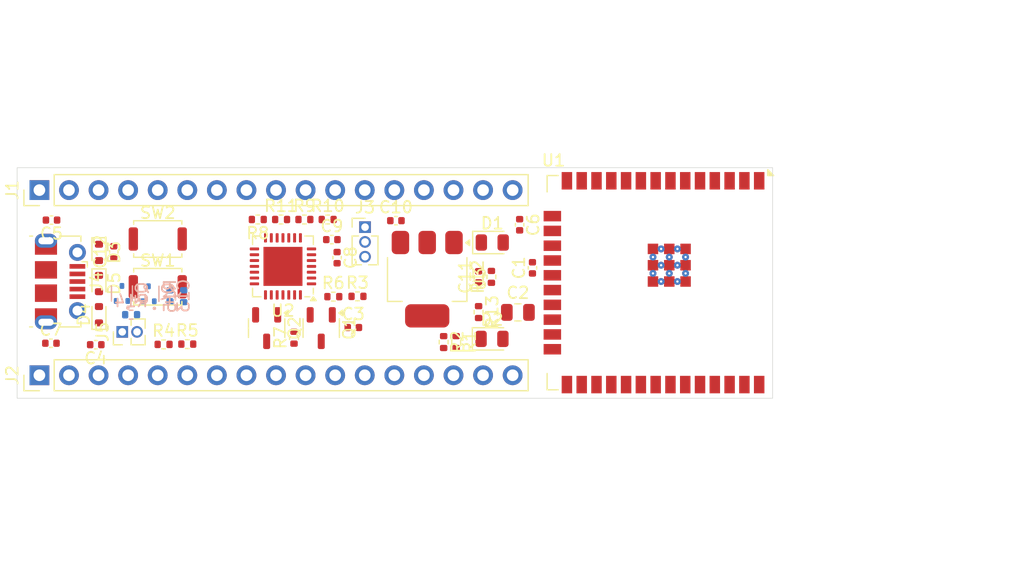
<source format=kicad_pcb>
(kicad_pcb (version 20240108) (generator "pcbnew") (generator_version "8.0")
  (layers (0 "F.Cu" signal) (31 "B.Cu" signal) (34 "B.Paste" user) (35 "F.Paste" user) (36 "B.SilkS" user "B.Silkscreen") (37 "F.SilkS" user "F.Silkscreen") (38 "B.Mask" user) (39 "F.Mask" user) (44 "Edge.Cuts" user))
  (net 0 "")
  (net 1 "+3.3V")
  (net 2 "GND")
  (net 3 "/EN")
  (net 4 "/IO0_BTN")
  (net 5 "+5VD")
  (net 6 "+5V")
  (net 7 "+5VA")
  (net 8 "Net-(J5-Pin_2)")
  (net 9 "Net-(D1-A)")
  (net 10 "Net-(D2-A)")
  (net 11 "/IO18")
  (net 12 "/USB_DN")
  (net 13 "/USB_DP")
  (net 14 "/I36")
  (net 15 "/IO14")
  (net 16 "/I34")
  (net 17 "/I39")
  (net 18 "/IO27")
  (net 19 "/IO25")
  (net 20 "/I35")
  (net 21 "/IO33")
  (net 22 "/IO13")
  (net 23 "/IO32")
  (net 24 "/IO12")
  (net 25 "/IO26")
  (net 26 "/IO23")
  (net 27 "/IO0_CON")
  (net 28 "/IO15")
  (net 29 "/RXD0")
  (net 30 "/IO5")
  (net 31 "/IO4")
  (net 32 "/IO21")
  (net 33 "/IO19")
  (net 34 "/IO16")
  (net 35 "/IO2")
  (net 36 "/IO17")
  (net 37 "/TXD0")
  (net 38 "/IO22")
  (net 40 "/RTS")
  (net 41 "Net-(Q1-B)")
  (net 42 "/DTR")
  (net 43 "Net-(Q2-B)")
  (net 44 "Net-(U1-IO0)")
  (net 45 "/RXD")
  (net 46 "/TXD")
  (net 47 "Net-(U2-~{SUSPEND})")
  (net 48 "Net-(U2-VBUS)")
  (net 49 "Net-(U2-~{RST})")
  (footprint "Package_TO_SOT_SMD:SOT-23-3" (layer "F.Cu") (at 159.0125 106.5 -90)
    (property "Reference" "Q1" (at 0 -2.4 90) (layer "F.SilkS"))
    (property "Value" "NPN")
    (fp_line (start 0 1.56) (end -0.8 1.56) (stroke (width 0.12)) (layer "F.SilkS"))
    (fp_line (start 0 1.56) (end 0.8 1.56) (stroke (width 0.12)) (layer "F.SilkS"))
    (fp_line (start 0 -1.56) (end -0.8 -1.56) (stroke (width 0.12)) (layer "F.SilkS"))
    (fp_line (start 0 -1.56) (end 0.8 -1.56) (stroke (width 0.12)) (layer "F.SilkS"))
    (fp_poly (pts (xy -1.3 -1.51) (xy -1.54 -1.84) (xy -1.06 -1.84) (xy -1.3 -1.51)) (stroke (width 0.12)) (fill solid) (layer "F.SilkS"))
    (pad "1" smd roundrect (at -1.1375 -0.95 270) (size 1.325 0.6) (layers "F.Cu" "F.Paste" "F.Mask") (net 3 "/EN"))
    (pad "2" smd roundrect (at -1.1375 0.95 270) (size 1.325 0.6) (layers "F.Cu" "F.Paste" "F.Mask") (net 41 "Net-(Q1-B)"))
    (pad "3" smd roundrect (at 1.1375 0 270) (size 1.325 0.6) (layers "F.Cu" "F.Paste" "F.Mask") (net 40 "/RTS"))
  )
  (footprint "Resistor_SMD:R_0402_1005Metric" (layer "F.Cu") (at 145.475 107.9)
    (property "Reference" "R4" (at 0 -1.17 0) (layer "F.SilkS"))
    (property "Value" "0R")
    (fp_line (start -0.153641 -0.38) (end 0.153641 -0.38) (stroke (width 0.12)) (layer "F.SilkS"))
    (fp_line (start -0.153641 0.38) (end 0.153641 0.38) (stroke (width 0.12)) (layer "F.SilkS"))
    (pad "1" smd roundrect (at -0.51 0) (size 0.54 0.64) (layers "F.Cu" "F.Paste" "F.Mask") (net 37 "/TXD0"))
    (pad "2" smd roundrect (at 0.51 0) (size 0.54 0.64) (layers "F.Cu" "F.Paste" "F.Mask") (net 45 "/RXD"))
  )
  (footprint "Button_Switch_SMD:SW_Push_SPST_NO_Alps_SKRK" (layer "F.Cu") (at 144.975 98.85)
    (property "Reference" "SW2" (at 0 -2.25 0) (layer "F.SilkS"))
    (property "Value" "SW_Push")
    (fp_line (start -2.07 -1.57) (end 2.07 -1.57) (stroke (width 0.12)) (layer "F.SilkS"))
    (fp_line (start -2.07 -1.27) (end -2.07 -1.57) (stroke (width 0.12)) (layer "F.SilkS"))
    (fp_line (start -2.07 1.57) (end -2.07 1.27) (stroke (width 0.12)) (layer "F.SilkS"))
    (fp_line (start 2.07 -1.57) (end 2.07 -1.27) (stroke (width 0.12)) (layer "F.SilkS"))
    (fp_line (start 2.07 1.27) (end 2.07 1.57) (stroke (width 0.12)) (layer "F.SilkS"))
    (fp_line (start 2.07 1.57) (end -2.07 1.57) (stroke (width 0.12)) (layer "F.SilkS"))
    (pad "1" smd roundrect (at -2.1 0) (size 0.8 2) (layers "F.Cu" "F.Paste" "F.Mask") (net 4 "/IO0_BTN"))
    (pad "2" smd roundrect (at 2.1 0) (size 0.8 2) (layers "F.Cu" "F.Paste" "F.Mask") (net 2 "GND"))
  )
  (footprint "Connector_PinHeader_1.27mm:PinHeader_1x03_P1.27mm_Vertical" (layer "F.Cu") (at 162.775 97.83)
    (property "Reference" "J3" (at 0 -1.695 0) (layer "F.SilkS"))
    (property "Value" "Conn_01x03_Pin")
    (fp_line (start -1.11 -0.76) (end 0 -0.76) (stroke (width 0.12)) (layer "F.SilkS"))
    (fp_line (start -1.11 0) (end -1.11 -0.76) (stroke (width 0.12)) (layer "F.SilkS"))
    (fp_line (start -1.11 0.76) (end -1.11 3.235) (stroke (width 0.12)) (layer "F.SilkS"))
    (fp_line (start -1.11 0.76) (end -0.563471 0.76) (stroke (width 0.12)) (layer "F.SilkS"))
    (fp_line (start -1.11 3.235) (end -0.30753 3.235) (stroke (width 0.12)) (layer "F.SilkS"))
    (fp_line (start 0.30753 3.235) (end 1.11 3.235) (stroke (width 0.12)) (layer "F.SilkS"))
    (fp_line (start 0.563471 0.76) (end 1.11 0.76) (stroke (width 0.12)) (layer "F.SilkS"))
    (fp_line (start 1.11 0.76) (end 1.11 3.235) (stroke (width 0.12)) (layer "F.SilkS"))
    (pad "1" thru_hole rect (at 0 0) (size 1 1) (drill 0.65) (layers "*.Cu" "*.Mask") (net 5 "+5VD"))
    (pad "2" thru_hole oval (at 0 1.27) (size 1 1) (drill 0.65) (layers "*.Cu" "*.Mask") (net 6 "+5V"))
    (pad "3" thru_hole oval (at 0 2.54) (size 1 1) (drill 0.65) (layers "*.Cu" "*.Mask") (net 7 "+5VA"))
  )
  (footprint "Resistor_SMD:R_0402_1005Metric" (layer "F.Cu") (at 160.05 103.8)
    (property "Reference" "R6" (at 0 -1.17 360) (layer "F.SilkS"))
    (property "Value" "10k")
    (fp_line (start -0.153641 -0.38) (end 0.153641 -0.38) (stroke (width 0.12)) (layer "F.SilkS"))
    (fp_line (start -0.153641 0.38) (end 0.153641 0.38) (stroke (width 0.12)) (layer "F.SilkS"))
    (pad "1" smd roundrect (at -0.51 0) (size 0.54 0.64) (layers "F.Cu" "F.Paste" "F.Mask") (net 42 "/DTR"))
    (pad "2" smd roundrect (at 0.51 0) (size 0.54 0.64) (layers "F.Cu" "F.Paste" "F.Mask") (net 41 "Net-(Q1-B)"))
  )
  (footprint "Resistor_SMD:R_0402_1005Metric" (layer "F.Cu") (at 153.565 97.175 180)
    (property "Reference" "R8" (at 0 -1.17 360) (layer "F.SilkS"))
    (property "Value" "10k")
    (fp_line (start -0.153641 0.38) (end 0.153641 0.38) (stroke (width 0.12)) (layer "F.SilkS"))
    (fp_line (start -0.153641 -0.38) (end 0.153641 -0.38) (stroke (width 0.12)) (layer "F.SilkS"))
    (pad "1" smd roundrect (at -0.51 0 180) (size 0.54 0.64) (layers "F.Cu" "F.Paste" "F.Mask") (net 47 "Net-(U2-~{SUSPEND})"))
    (pad "2" smd roundrect (at 0.51 0 180) (size 0.54 0.64) (layers "F.Cu" "F.Paste" "F.Mask") (net 2 "GND"))
  )
  (footprint "Capacitor_SMD:C_0402_1005Metric" (layer "F.Cu") (at 177.15 101.325 90)
    (property "Reference" "C1" (at 0 -1.16 90) (layer "F.SilkS"))
    (property "Value" "100nF")
    (fp_line (start -0.107836 -0.36) (end 0.107836 -0.36) (stroke (width 0.12)) (layer "F.SilkS"))
    (fp_line (start -0.107836 0.36) (end 0.107836 0.36) (stroke (width 0.12)) (layer "F.SilkS"))
    (pad "1" smd roundrect (at -0.48 0 90) (size 0.56 0.62) (layers "F.Cu" "F.Paste" "F.Mask") (net 1 "+3.3V"))
    (pad "2" smd roundrect (at 0.48 0 90) (size 0.56 0.62) (layers "F.Cu" "F.Paste" "F.Mask") (net 2 "GND"))
  )
  (footprint "Capacitor_SMD:C_0402_1005Metric" (layer "F.Cu") (at 172.525 102.1 90)
    (property "Reference" "C11" (at 0 -1.16 90) (layer "F.SilkS"))
    (property "Value" "10uF")
    (fp_line (start -0.107836 -0.36) (end 0.107836 -0.36) (stroke (width 0.12)) (layer "F.SilkS"))
    (fp_line (start -0.107836 0.36) (end 0.107836 0.36) (stroke (width 0.12)) (layer "F.SilkS"))
    (pad "1" smd roundrect (at -0.48 0 90) (size 0.56 0.62) (layers "F.Cu" "F.Paste" "F.Mask") (net 1 "+3.3V"))
    (pad "2" smd roundrect (at 0.48 0 90) (size 0.56 0.62) (layers "F.Cu" "F.Paste" "F.Mask") (net 2 "GND"))
  )
  (footprint "LED_SMD:LED_0805_2012Metric" (layer "F.Cu") (at 173.7 99.15)
    (property "Reference" "D1" (at 0 -1.65 360) (layer "F.SilkS"))
    (property "Value" "LED")
    (fp_line (start -1.685 -0.96) (end -1.685 0.96) (stroke (width 0.12)) (layer "F.SilkS"))
    (fp_line (start -1.685 0.96) (end 1 0.96) (stroke (width 0.12)) (layer "F.SilkS"))
    (fp_line (start 1 -0.96) (end -1.685 -0.96) (stroke (width 0.12)) (layer "F.SilkS"))
    (pad "1" smd roundrect (at -0.9375 0) (size 0.975 1.4) (layers "F.Cu" "F.Paste" "F.Mask") (net 2 "GND"))
    (pad "2" smd roundrect (at 0.9375 0) (size 0.975 1.4) (layers "F.Cu" "F.Paste" "F.Mask") (net 9 "Net-(D1-A)"))
  )
  (footprint "Resistor_SMD:R_0402_1005Metric" (layer "F.Cu") (at 155.565 97.175)
    (property "Reference" "R11" (at 0 -1.17 0) (layer "F.SilkS"))
    (property "Value" "1k")
    (fp_line (start -0.153641 -0.38) (end 0.153641 -0.38) (stroke (width 0.12)) (layer "F.SilkS"))
    (fp_line (start -0.153641 0.38) (end 0.153641 0.38) (stroke (width 0.12)) (layer "F.SilkS"))
    (pad "1" smd roundrect (at -0.51 0) (size 0.54 0.64) (layers "F.Cu" "F.Paste" "F.Mask") (net 1 "+3.3V"))
    (pad "2" smd roundrect (at 0.51 0) (size 0.54 0.64) (layers "F.Cu" "F.Paste" "F.Mask") (net 49 "Net-(U2-~{RST})"))
  )
  (footprint "Capacitor_SMD:C_0402_1005Metric" (layer "F.Cu") (at 160.375 100.45 -90)
    (property "Reference" "C8" (at 0 -1.16 90) (layer "F.SilkS"))
    (property "Value" "4.7uF")
    (fp_line (start -0.107836 0.36) (end 0.107836 0.36) (stroke (width 0.12)) (layer "F.SilkS"))
    (fp_line (start -0.107836 -0.36) (end 0.107836 -0.36) (stroke (width 0.12)) (layer "F.SilkS"))
    (pad "1" smd roundrect (at -0.48 0 270) (size 0.56 0.62) (layers "F.Cu" "F.Paste" "F.Mask") (net 1 "+3.3V"))
    (pad "2" smd roundrect (at 0.48 0 270) (size 0.56 0.62) (layers "F.Cu" "F.Paste" "F.Mask") (net 2 "GND"))
  )
  (footprint "Capacitor_SMD:C_0402_1005Metric" (layer "F.Cu") (at 176.05 97.625 -90)
    (property "Reference" "C6" (at 0 -1.16 90) (layer "F.SilkS"))
    (property "Value" "100nF")
    (fp_line (start -0.107836 0.36) (end 0.107836 0.36) (stroke (width 0.12)) (layer "F.SilkS"))
    (fp_line (start -0.107836 -0.36) (end 0.107836 -0.36) (stroke (width 0.12)) (layer "F.SilkS"))
    (pad "1" smd roundrect (at -0.48 0 270) (size 0.56 0.62) (layers "F.Cu" "F.Paste" "F.Mask") (net 5 "+5VD"))
    (pad "2" smd roundrect (at 0.48 0 270) (size 0.56 0.62) (layers "F.Cu" "F.Paste" "F.Mask") (net 2 "GND"))
  )
  (footprint "Diode_SMD:D_SOD-523" (layer "F.Cu") (at 139.925 100 -90)
    (property "Reference" "D3" (at 0 -1.3 90) (layer "F.SilkS"))
    (property "Value" "ESD5.0")
    (fp_line (start 0.7 0.6) (end -1.26 0.6) (stroke (width 0.12)) (layer "F.SilkS"))
    (fp_line (start -1.26 -0.6) (end -1.26 0.6) (stroke (width 0.12)) (layer "F.SilkS"))
    (fp_line (start 0.7 -0.6) (end -1.26 -0.6) (stroke (width 0.12)) (layer "F.SilkS"))
    (pad "1" smd roundrect (at -0.7 0 90) (size 0.6 0.7) (layers "F.Cu" "F.Paste" "F.Mask") (net 2 "GND"))
    (pad "2" smd roundrect (at 0.7 0 90) (size 0.6 0.7) (layers "F.Cu" "F.Paste" "F.Mask") (net 7 "+5VA"))
  )
  (footprint "Connector_PinHeader_2.54mm:PinHeader_1x17_P2.54mm_Vertical" (layer "F.Cu") (at 134.81 94.65 90)
    (property "Reference" "J1" (at 0 -2.33 90) (layer "F.SilkS"))
    (property "Value" "Conn_01x17_Pin")
    (fp_line (start -1.33 -1.33) (end 0 -1.33) (stroke (width 0.12)) (layer "F.SilkS"))
    (fp_line (start -1.33 0) (end -1.33 -1.33) (stroke (width 0.12)) (layer "F.SilkS"))
    (fp_line (start 1.33 1.27) (end 1.33 41.97) (stroke (width 0.12)) (layer "F.SilkS"))
    (fp_line (start -1.33 1.27) (end 1.33 1.27) (stroke (width 0.12)) (layer "F.SilkS"))
    (fp_line (start -1.33 1.27) (end -1.33 41.97) (stroke (width 0.12)) (layer "F.SilkS"))
    (fp_line (start -1.33 41.97) (end 1.33 41.97) (stroke (width 0.12)) (layer "F.SilkS"))
    (pad "1" thru_hole rect (at 0 0 90) (size 1.7 1.7) (drill 1) (layers "*.Cu" "*.Mask") (net 2 "GND"))
    (pad "2" thru_hole oval (at 0 2.54 90) (size 1.7 1.7) (drill 1) (layers "*.Cu" "*.Mask") (net 1 "+3.3V"))
    (pad "3" thru_hole oval (at 0 5.08 90) (size 1.7 1.7) (drill 1) (layers "*.Cu" "*.Mask") (net 3 "/EN"))
    (pad "4" thru_hole oval (at 0 7.62 90) (size 1.7 1.7) (drill 1) (layers "*.Cu" "*.Mask") (net 14 "/I36"))
    (pad "5" thru_hole oval (at 0 10.16 90) (size 1.7 1.7) (drill 1) (layers "*.Cu" "*.Mask") (net 17 "/I39"))
    (pad "6" thru_hole oval (at 0 12.7 90) (size 1.7 1.7) (drill 1) (layers "*.Cu" "*.Mask") (net 16 "/I34"))
    (pad "7" thru_hole oval (at 0 15.24 90) (size 1.7 1.7) (drill 1) (layers "*.Cu" "*.Mask") (net 20 "/I35"))
    (pad "8" thru_hole oval (at 0 17.78 90) (size 1.7 1.7) (drill 1) (layers "*.Cu" "*.Mask") (net 23 "/IO32"))
    (pad "9" thru_hole oval (at 0 20.32 90) (size 1.7 1.7) (drill 1) (layers "*.Cu" "*.Mask") (net 21 "/IO33"))
    (pad "10" thru_hole oval (at 0 22.86 90) (size 1.7 1.7) (drill 1) (layers "*.Cu" "*.Mask") (net 19 "/IO25"))
    (pad "11" thru_hole oval (at 0 25.4 90) (size 1.7 1.7) (drill 1) (layers "*.Cu" "*.Mask") (net 25 "/IO26"))
    (pad "12" thru_hole oval (at 0 27.94 90) (size 1.7 1.7) (drill 1) (layers "*.Cu" "*.Mask") (net 18 "/IO27"))
    (pad "13" thru_hole oval (at 0 30.48 90) (size 1.7 1.7) (drill 1) (layers "*.Cu" "*.Mask") (net 15 "/IO14"))
    (pad "14" thru_hole oval (at 0 33.02 90) (size 1.7 1.7) (drill 1) (layers "*.Cu" "*.Mask") (net 24 "/IO12"))
    (pad "15" thru_hole oval (at 0 35.56 90) (size 1.7 1.7) (drill 1) (layers "*.Cu" "*.Mask") (net 2 "GND"))
    (pad "16" thru_hole oval (at 0 38.1 90) (size 1.7 1.7) (drill 1) (layers "*.Cu" "*.Mask") (net 22 "/IO13"))
    (pad "17" thru_hole oval (at 0 40.64 90) (size 1.7 1.7) (drill 1) (layers "*.Cu" "*.Mask") (net 5 "+5VD"))
  )
  (footprint "Package_TO_SOT_SMD:SOT-223-3_TabPin2" (layer "F.Cu") (at 168.1125 102.3 -90)
    (property "Reference" "U3" (at 0 -4.5 90) (layer "F.SilkS"))
    (property "Value" "AMS1117-3.3")
    (fp_line (start -1.85 3.41) (end 1.91 3.41) (stroke (width 0.12)) (layer "F.SilkS"))
    (fp_line (start 1.91 3.41) (end 1.91 2.15) (stroke (width 0.12)) (layer "F.SilkS"))
    (fp_line (start -1.85 -3.41) (end 1.91 -3.41) (stroke (width 0.12)) (layer "F.SilkS"))
    (fp_line (start 1.91 -3.41) (end 1.91 -2.15) (stroke (width 0.12)) (layer "F.SilkS"))
    (fp_poly (pts (xy -3.13 -3.31) (xy -3.37 -3.64) (xy -2.89 -3.64) (xy -3.13 -3.31)) (stroke (width 0.12)) (fill solid) (layer "F.SilkS"))
    (pad "1" smd roundrect (at -3.15 -2.3 270) (size 2 1.5) (layers "F.Cu" "F.Paste" "F.Mask") (net 2 "GND"))
    (pad "2" smd roundrect (at -3.15 0 270) (size 2 1.5) (layers "F.Cu" "F.Paste" "F.Mask") (net 1 "+3.3V"))
    (pad "2" smd roundrect (at 3.15 0 270) (size 2 3.8) (layers "F.Cu" "F.Paste" "F.Mask") (net 1 "+3.3V"))
    (pad "3" smd roundrect (at -3.15 2.3 270) (size 2 1.5) (layers "F.Cu" "F.Paste" "F.Mask") (net 6 "+5V"))
  )
  (footprint "Connector_PinHeader_2.54mm:PinHeader_1x17_P2.54mm_Vertical" (layer "F.Cu") (at 134.81 110.55 90)
    (property "Reference" "J2" (at 0 -2.33 90) (layer "F.SilkS"))
    (property "Value" "Conn_01x17_Pin")
    (fp_line (start -1.33 -1.33) (end 0 -1.33) (stroke (width 0.12)) (layer "F.SilkS"))
    (fp_line (start -1.33 0) (end -1.33 -1.33) (stroke (width 0.12)) (layer "F.SilkS"))
    (fp_line (start 1.33 1.27) (end 1.33 41.97) (stroke (width 0.12)) (layer "F.SilkS"))
    (fp_line (start -1.33 1.27) (end 1.33 1.27) (stroke (width 0.12)) (layer "F.SilkS"))
    (fp_line (start -1.33 1.27) (end -1.33 41.97) (stroke (width 0.12)) (layer "F.SilkS"))
    (fp_line (start -1.33 41.97) (end 1.33 41.97) (stroke (width 0.12)) (layer "F.SilkS"))
    (pad "1" thru_hole rect (at 0 0 90) (size 1.7 1.7) (drill 1) (layers "*.Cu" "*.Mask") (net 1 "+3.3V"))
    (pad "2" thru_hole oval (at 0 2.54 90) (size 1.7 1.7) (drill 1) (layers "*.Cu" "*.Mask") (net 2 "GND"))
    (pad "3" thru_hole oval (at 0 5.08 90) (size 1.7 1.7) (drill 1) (layers "*.Cu" "*.Mask") (net 26 "/IO23"))
    (pad "4" thru_hole oval (at 0 7.62 90) (size 1.7 1.7) (drill 1) (layers "*.Cu" "*.Mask") (net 38 "/IO22"))
    (pad "5" thru_hole oval (at 0 10.16 90) (size 1.7 1.7) (drill 1) (layers "*.Cu" "*.Mask") (net 37 "/TXD0"))
    (pad "6" thru_hole oval (at 0 12.7 90) (size 1.7 1.7) (drill 1) (layers "*.Cu" "*.Mask") (net 29 "/RXD0"))
    (pad "7" thru_hole oval (at 0 15.24 90) (size 1.7 1.7) (drill 1) (layers "*.Cu" "*.Mask") (net 32 "/IO21"))
    (pad "8" thru_hole oval (at 0 17.78 90) (size 1.7 1.7) (drill 1) (layers "*.Cu" "*.Mask") (net 2 "GND"))
    (pad "9" thru_hole oval (at 0 20.32 90) (size 1.7 1.7) (drill 1) (layers "*.Cu" "*.Mask") (net 33 "/IO19"))
    (pad "10" thru_hole oval (at 0 22.86 90) (size 1.7 1.7) (drill 1) (layers "*.Cu" "*.Mask") (net 11 "/IO18"))
    (pad "11" thru_hole oval (at 0 25.4 90) (size 1.7 1.7) (drill 1) (layers "*.Cu" "*.Mask") (net 30 "/IO5"))
    (pad "12" thru_hole oval (at 0 27.94 90) (size 1.7 1.7) (drill 1) (layers "*.Cu" "*.Mask") (net 36 "/IO17"))
    (pad "13" thru_hole oval (at 0 30.48 90) (size 1.7 1.7) (drill 1) (layers "*.Cu" "*.Mask") (net 34 "/IO16"))
    (pad "14" thru_hole oval (at 0 33.02 90) (size 1.7 1.7) (drill 1) (layers "*.Cu" "*.Mask") (net 31 "/IO4"))
    (pad "15" thru_hole oval (at 0 35.56 90) (size 1.7 1.7) (drill 1) (layers "*.Cu" "*.Mask") (net 27 "/IO0_CON"))
    (pad "16" thru_hole oval (at 0 38.1 90) (size 1.7 1.7) (drill 1) (layers "*.Cu" "*.Mask") (net 35 "/IO2"))
    (pad "17" thru_hole oval (at 0 40.64 90) (size 1.7 1.7) (drill 1) (layers "*.Cu" "*.Mask") (net 28 "/IO15"))
  )
  (footprint "Diode_SMD:D_SOD-523" (layer "F.Cu") (at 139.925 102.675 -90)
    (property "Reference" "D5" (at 0 -1.3 90) (layer "F.SilkS"))
    (property "Value" "ESD5.0")
    (fp_line (start 0.7 0.6) (end -1.26 0.6) (stroke (width 0.12)) (layer "F.SilkS"))
    (fp_line (start -1.26 -0.6) (end -1.26 0.6) (stroke (width 0.12)) (layer "F.SilkS"))
    (fp_line (start 0.7 -0.6) (end -1.26 -0.6) (stroke (width 0.12)) (layer "F.SilkS"))
    (pad "1" smd roundrect (at -0.7 0 90) (size 0.6 0.7) (layers "F.Cu" "F.Paste" "F.Mask") (net 2 "GND"))
    (pad "2" smd roundrect (at 0.7 0 90) (size 0.6 0.7) (layers "F.Cu" "F.Paste" "F.Mask") (net 13 "/USB_DP"))
  )
  (footprint "Resistor_SMD:R_0402_1005Metric" (layer "F.Cu") (at 169.525 107.7 -90)
    (property "Reference" "R2" (at 0 -1.17 90) (layer "F.SilkS"))
    (property "Value" "22R")
    (fp_line (start -0.153641 0.38) (end 0.153641 0.38) (stroke (width 0.12)) (layer "F.SilkS"))
    (fp_line (start -0.153641 -0.38) (end 0.153641 -0.38) (stroke (width 0.12)) (layer "F.SilkS"))
    (pad "1" smd roundrect (at -0.51 0 270) (size 0.54 0.64) (layers "F.Cu" "F.Paste" "F.Mask") (net 44 "Net-(U1-IO0)"))
    (pad "2" smd roundrect (at 0.51 0 270) (size 0.54 0.64) (layers "F.Cu" "F.Paste" "F.Mask") (net 4 "/IO0_BTN"))
  )
  (footprint "Capacitor_SMD:C_0805_2012Metric" (layer "F.Cu") (at 175.9 105.15)
    (property "Reference" "C2" (at 0 -1.68 0) (layer "F.SilkS"))
    (property "Value" "22uF")
    (fp_line (start -0.261252 -0.735) (end 0.261252 -0.735) (stroke (width 0.12)) (layer "F.SilkS"))
    (fp_line (start -0.261252 0.735) (end 0.261252 0.735) (stroke (width 0.12)) (layer "F.SilkS"))
    (pad "1" smd roundrect (at -0.95 0) (size 1 1.45) (layers "F.Cu" "F.Paste" "F.Mask") (net 1 "+3.3V"))
    (pad "2" smd roundrect (at 0.95 0) (size 1 1.45) (layers "F.Cu" "F.Paste" "F.Mask") (net 2 "GND"))
  )
  (footprint "Resistor_SMD:R_0402_1005Metric" (layer "F.Cu") (at 159.565 97.175)
    (property "Reference" "R10" (at 0 -1.17 0) (layer "F.SilkS"))
    (property "Value" "47.5k")
    (fp_line (start -0.153641 -0.38) (end 0.153641 -0.38) (stroke (width 0.12)) (layer "F.SilkS"))
    (fp_line (start -0.153641 0.38) (end 0.153641 0.38) (stroke (width 0.12)) (layer "F.SilkS"))
    (pad "1" smd roundrect (at -0.51 0) (size 0.54 0.64) (layers "F.Cu" "F.Paste" "F.Mask") (net 48 "Net-(U2-VBUS)"))
    (pad "2" smd roundrect (at 0.51 0) (size 0.54 0.64) (layers "F.Cu" "F.Paste" "F.Mask") (net 2 "GND"))
  )
  (footprint "Package_DFN_QFN:QFN-28-1EP_5x5mm_P0.5mm_EP3.35x3.35mm" (layer "F.Cu") (at 155.725 101.2 180)
    (property "Reference" "U2" (at 0 -3.8 360) (layer "F.SilkS"))
    (property "Value" "CP2102N-Axx-xQFN28")
    (fp_line (start 2.61 2.61) (end 2.61 1.885) (stroke (width 0.12)) (layer "F.SilkS"))
    (fp_line (start 2.61 -2.61) (end 2.61 -1.885) (stroke (width 0.12)) (layer "F.SilkS"))
    (fp_line (start 1.885 2.61) (end 2.61 2.61) (stroke (width 0.12)) (layer "F.SilkS"))
    (fp_line (start 1.885 -2.61) (end 2.61 -2.61) (stroke (width 0.12)) (layer "F.SilkS"))
    (fp_line (start -1.885 2.61) (end -2.61 2.61) (stroke (width 0.12)) (layer "F.SilkS"))
    (fp_line (start -1.885 -2.61) (end -2.31 -2.61) (stroke (width 0.12)) (layer "F.SilkS"))
    (fp_line (start -2.61 2.61) (end -2.61 1.885) (stroke (width 0.12)) (layer "F.SilkS"))
    (fp_line (start -2.61 -1.885) (end -2.61 -2.37) (stroke (width 0.12)) (layer "F.SilkS"))
    (fp_poly (pts (xy -2.61 -2.61) (xy -2.85 -2.94) (xy -2.37 -2.94) (xy -2.61 -2.61)) (stroke (width 0.12)) (fill solid) (layer "F.SilkS"))
    (pad "1" smd roundrect (at -2.45 -1.5 180) (size 0.8 0.25) (layers "F.Cu" "F.Paste" "F.Mask"))
    (pad "2" smd roundrect (at -2.45 -1 180) (size 0.8 0.25) (layers "F.Cu" "F.Paste" "F.Mask"))
    (pad "3" smd roundrect (at -2.45 -0.5 180) (size 0.8 0.25) (layers "F.Cu" "F.Paste" "F.Mask") (net 2 "GND"))
    (pad "4" smd roundrect (at -2.45 0 180) (size 0.8 0.25) (layers "F.Cu" "F.Paste" "F.Mask") (net 13 "/USB_DP"))
    (pad "5" smd roundrect (at -2.45 0.5 180) (size 0.8 0.25) (layers "F.Cu" "F.Paste" "F.Mask") (net 12 "/USB_DN"))
    (pad "6" smd roundrect (at -2.45 1 180) (size 0.8 0.25) (layers "F.Cu" "F.Paste" "F.Mask") (net 1 "+3.3V"))
    (pad "7" smd roundrect (at -2.45 1.5 180) (size 0.8 0.25) (layers "F.Cu" "F.Paste" "F.Mask") (net 1 "+3.3V"))
    (pad "8" smd roundrect (at -1.5 2.45 180) (size 0.25 0.8) (layers "F.Cu" "F.Paste" "F.Mask") (net 48 "Net-(U2-VBUS)"))
    (pad "9" smd roundrect (at -1 2.45 180) (size 0.25 0.8) (layers "F.Cu" "F.Paste" "F.Mask") (net 49 "Net-(U2-~{RST})"))
    (pad "10" smd roundrect (at -0.5 2.45 180) (size 0.25 0.8) (layers "F.Cu" "F.Paste" "F.Mask"))
    (pad "11" smd roundrect (at 0 2.45 180) (size 0.25 0.8) (layers "F.Cu" "F.Paste" "F.Mask") (net 47 "Net-(U2-~{SUSPEND})"))
    (pad "12" smd roundrect (at 0.5 2.45 180) (size 0.25 0.8) (layers "F.Cu" "F.Paste" "F.Mask"))
    (pad "13" smd roundrect (at 1 2.45 180) (size 0.25 0.8) (layers "F.Cu" "F.Paste" "F.Mask"))
    (pad "14" smd roundrect (at 1.5 2.45 180) (size 0.25 0.8) (layers "F.Cu" "F.Paste" "F.Mask"))
    (pad "15" smd roundrect (at 2.45 1.5 180) (size 0.8 0.25) (layers "F.Cu" "F.Paste" "F.Mask"))
    (pad "16" smd roundrect (at 2.45 1 180) (size 0.8 0.25) (layers "F.Cu" "F.Paste" "F.Mask"))
    (pad "17" smd roundrect (at 2.45 0.5 180) (size 0.8 0.25) (layers "F.Cu" "F.Paste" "F.Mask"))
    (pad "18" smd roundrect (at 2.45 0 180) (size 0.8 0.25) (layers "F.Cu" "F.Paste" "F.Mask"))
    (pad "19" smd roundrect (at 2.45 -0.5 180) (size 0.8 0.25) (layers "F.Cu" "F.Paste" "F.Mask"))
    (pad "20" smd roundrect (at 2.45 -1 180) (size 0.8 0.25) (layers "F.Cu" "F.Paste" "F.Mask"))
    (pad "21" smd roundrect (at 2.45 -1.5 180) (size 0.8 0.25) (layers "F.Cu" "F.Paste" "F.Mask"))
    (pad "22" smd roundrect (at 1.5 -2.45 180) (size 0.25 0.8) (layers "F.Cu" "F.Paste" "F.Mask"))
    (pad "23" smd roundrect (at 1 -2.45 180) (size 0.25 0.8) (layers "F.Cu" "F.Paste" "F.Mask"))
    (pad "24" smd roundrect (at 0.5 -2.45 180) (size 0.25 0.8) (layers "F.Cu" "F.Paste" "F.Mask") (net 40 "/RTS"))
    (pad "25" smd roundrect (at 0 -2.45 180) (size 0.25 0.8) (layers "F.Cu" "F.Paste" "F.Mask") (net 45 "/RXD"))
    (pad "26" smd roundrect (at -0.5 -2.45 180) (size 0.25 0.8) (layers "F.Cu" "F.Paste" "F.Mask") (net 46 "/TXD"))
    (pad "27" smd roundrect (at -1 -2.45 180) (size 0.25 0.8) (layers "F.Cu" "F.Paste" "F.Mask"))
    (pad "28" smd roundrect (at -1.5 -2.45 180) (size 0.25 0.8) (layers "F.Cu" "F.Paste" "F.Mask") (net 42 "/DTR"))
    (pad "29" smd rect (at 0 0 180) (size 3.35 3.35) (property pad_prop_heatsink) (layers "F.Cu" "F.Mask") (net 2 "GND"))
  )
  (footprint "LED_SMD:LED_0805_2012Metric" (layer "F.Cu") (at 173.675 107.425)
    (property "Reference" "D2" (at 0 -1.65 360) (layer "F.SilkS"))
    (property "Value" "LED")
    (fp_line (start -1.685 -0.96) (end -1.685 0.96) (stroke (width 0.12)) (layer "F.SilkS"))
    (fp_line (start -1.685 0.96) (end 1 0.96) (stroke (width 0.12)) (layer "F.SilkS"))
    (fp_line (start 1 -0.96) (end -1.685 -0.96) (stroke (width 0.12)) (layer "F.SilkS"))
    (pad "1" smd roundrect (at -0.9375 0) (size 0.975 1.4) (layers "F.Cu" "F.Paste" "F.Mask") (net 11 "/IO18"))
    (pad "2" smd roundrect (at 0.9375 0) (size 0.975 1.4) (layers "F.Cu" "F.Paste" "F.Mask") (net 10 "Net-(D2-A)"))
  )
  (footprint "Capacitor_SMD:C_0402_1005Metric" (layer "F.Cu") (at 159.925 98.9)
    (property "Reference" "C9" (at 0 -1.16 0) (layer "F.SilkS"))
    (property "Value" "100nF")
    (fp_line (start -0.107836 -0.36) (end 0.107836 -0.36) (stroke (width 0.12)) (layer "F.SilkS"))
    (fp_line (start -0.107836 0.36) (end 0.107836 0.36) (stroke (width 0.12)) (layer "F.SilkS"))
    (pad "1" smd roundrect (at -0.48 0) (size 0.56 0.62) (layers "F.Cu" "F.Paste" "F.Mask") (net 1 "+3.3V"))
    (pad "2" smd roundrect (at 0.48 0) (size 0.56 0.62) (layers "F.Cu" "F.Paste" "F.Mask") (net 2 "GND"))
  )
  (footprint "Capacitor_SMD:C_0402_1005Metric" (layer "F.Cu") (at 141.2 99.95 90)
    (property "Reference" "C12" (at 0 -1.16 90) (layer "F.SilkS"))
    (property "Value" "100nF")
    (fp_line (start -0.107836 -0.36) (end 0.107836 -0.36) (stroke (width 0.12)) (layer "F.SilkS"))
    (fp_line (start -0.107836 0.36) (end 0.107836 0.36) (stroke (width 0.12)) (layer "F.SilkS"))
    (pad "1" smd roundrect (at -0.48 0 90) (size 0.56 0.62) (layers "F.Cu" "F.Paste" "F.Mask") (net 7 "+5VA"))
    (pad "2" smd roundrect (at 0.48 0 90) (size 0.56 0.62) (layers "F.Cu" "F.Paste" "F.Mask") (net 2 "GND"))
  )
  (footprint "Capacitor_SMD:C_0402_1005Metric" (layer "F.Cu") (at 135.85 97.225 180)
    (property "Reference" "C5" (at 0 -1.16 360) (layer "F.SilkS"))
    (property "Value" "100nF")
    (fp_line (start -0.107836 0.36) (end 0.107836 0.36) (stroke (width 0.12)) (layer "F.SilkS"))
    (fp_line (start -0.107836 -0.36) (end 0.107836 -0.36) (stroke (width 0.12)) (layer "F.SilkS"))
    (pad "1" smd roundrect (at -0.48 0 180) (size 0.56 0.62) (layers "F.Cu" "F.Paste" "F.Mask") (net 1 "+3.3V"))
    (pad "2" smd roundrect (at 0.48 0 180) (size 0.56 0.62) (layers "F.Cu" "F.Paste" "F.Mask") (net 2 "GND"))
  )
  (footprint "Resistor_SMD:R_0402_1005Metric" (layer "F.Cu") (at 156.675 107.325 90)
    (property "Reference" "R7" (at 0 -1.17 90) (layer "F.SilkS"))
    (property "Value" "10k")
    (fp_line (start -0.153641 -0.38) (end 0.153641 -0.38) (stroke (width 0.12)) (layer "F.SilkS"))
    (fp_line (start -0.153641 0.38) (end 0.153641 0.38) (stroke (width 0.12)) (layer "F.SilkS"))
    (pad "1" smd roundrect (at -0.51 0 90) (size 0.54 0.64) (layers "F.Cu" "F.Paste" "F.Mask") (net 40 "/RTS"))
    (pad "2" smd roundrect (at 0.51 0 90) (size 0.54 0.64) (layers "F.Cu" "F.Paste" "F.Mask") (net 43 "Net-(Q2-B)"))
  )
  (footprint "Resistor_SMD:R_0402_1005Metric" (layer "F.Cu") (at 147.51 107.875)
    (property "Reference" "R5" (at 0 -1.17 0) (layer "F.SilkS"))
    (property "Value" "0R")
    (fp_line (start -0.153641 -0.38) (end 0.153641 -0.38) (stroke (width 0.12)) (layer "F.SilkS"))
    (fp_line (start -0.153641 0.38) (end 0.153641 0.38) (stroke (width 0.12)) (layer "F.SilkS"))
    (pad "1" smd roundrect (at -0.51 0) (size 0.54 0.64) (layers "F.Cu" "F.Paste" "F.Mask") (net 29 "/RXD0"))
    (pad "2" smd roundrect (at 0.51 0) (size 0.54 0.64) (layers "F.Cu" "F.Paste" "F.Mask") (net 46 "/TXD"))
  )
  (footprint "Diode_SMD:D_SOD-523" (layer "F.Cu") (at 139.925 105.35 90)
    (property "Reference" "D4" (at 0 -1.3 90) (layer "F.SilkS"))
    (property "Value" "ESD5.0")
    (fp_line (start 0.7 -0.6) (end -1.26 -0.6) (stroke (width 0.12)) (layer "F.SilkS"))
    (fp_line (start -1.26 -0.6) (end -1.26 0.6) (stroke (width 0.12)) (layer "F.SilkS"))
    (fp_line (start 0.7 0.6) (end -1.26 0.6) (stroke (width 0.12)) (layer "F.SilkS"))
    (pad "1" smd roundrect (at -0.7 0 270) (size 0.6 0.7) (layers "F.Cu" "F.Paste" "F.Mask") (net 2 "GND"))
    (pad "2" smd roundrect (at 0.7 0 270) (size 0.6 0.7) (layers "F.Cu" "F.Paste" "F.Mask") (net 12 "/USB_DN"))
  )
  (footprint "Capacitor_SMD:C_0402_1005Metric" (layer "F.Cu") (at 139.65 107.925 180)
    (property "Reference" "C4" (at 0 -1.16 360) (layer "F.SilkS"))
    (property "Value" "100nF")
    (fp_line (start -0.107836 0.36) (end 0.107836 0.36) (stroke (width 0.12)) (layer "F.SilkS"))
    (fp_line (start -0.107836 -0.36) (end 0.107836 -0.36) (stroke (width 0.12)) (layer "F.SilkS"))
    (pad "1" smd roundrect (at -0.48 0 180) (size 0.56 0.62) (layers "F.Cu" "F.Paste" "F.Mask") (net 4 "/IO0_BTN"))
    (pad "2" smd roundrect (at 0.48 0 180) (size 0.56 0.62) (layers "F.Cu" "F.Paste" "F.Mask") (net 2 "GND"))
  )
  (footprint "Capacitor_SMD:C_0402_1005Metric" (layer "F.Cu") (at 165.425 97.275)
    (property "Reference" "C10" (at 0 -1.16 360) (layer "F.SilkS"))
    (property "Value" "10uF")
    (fp_line (start -0.107836 -0.36) (end 0.107836 -0.36) (stroke (width 0.12)) (layer "F.SilkS"))
    (fp_line (start -0.107836 0.36) (end 0.107836 0.36) (stroke (width 0.12)) (layer "F.SilkS"))
    (pad "1" smd roundrect (at -0.48 0) (size 0.56 0.62) (layers "F.Cu" "F.Paste" "F.Mask") (net 6 "+5V"))
    (pad "2" smd roundrect (at 0.48 0) (size 0.56 0.62) (layers "F.Cu" "F.Paste" "F.Mask") (net 2 "GND"))
  )
  (footprint "Capacitor_SMD:C_0402_1005Metric" (layer "F.Cu") (at 135.8 107.8)
    (property "Reference" "C7" (at 0 -1.16 0) (layer "F.SilkS"))
    (property "Value" "100nF")
    (fp_line (start -0.107836 -0.36) (end 0.107836 -0.36) (stroke (width 0.12)) (layer "F.SilkS"))
    (fp_line (start -0.107836 0.36) (end 0.107836 0.36) (stroke (width 0.12)) (layer "F.SilkS"))
    (pad "1" smd roundrect (at -0.48 0) (size 0.56 0.62) (layers "F.Cu" "F.Paste" "F.Mask") (net 1 "+3.3V"))
    (pad "2" smd roundrect (at 0.48 0) (size 0.56 0.62) (layers "F.Cu" "F.Paste" "F.Mask") (net 2 "GND"))
  )
  (footprint "Resistor_SMD:R_0402_1005Metric" (layer "F.Cu") (at 162.125 103.775)
    (property "Reference" "R3" (at 0 -1.17 360) (layer "F.SilkS"))
    (property "Value" "10k")
    (fp_line (start -0.153641 -0.38) (end 0.153641 -0.38) (stroke (width 0.12)) (layer "F.SilkS"))
    (fp_line (start -0.153641 0.38) (end 0.153641 0.38) (stroke (width 0.12)) (layer "F.SilkS"))
    (pad "1" smd roundrect (at -0.51 0) (size 0.54 0.64) (layers "F.Cu" "F.Paste" "F.Mask") (net 1 "+3.3V"))
    (pad "2" smd roundrect (at 0.51 0) (size 0.54 0.64) (layers "F.Cu" "F.Paste" "F.Mask") (net 3 "/EN"))
  )
  (footprint "Package_TO_SOT_SMD:SOT-23-3" (layer "F.Cu") (at 154.325 106.5 -90)
    (property "Reference" "Q2" (at 0 -2.4 90) (layer "F.SilkS"))
    (property "Value" "NPN")
    (fp_line (start 0 1.56) (end -0.8 1.56) (stroke (width 0.12)) (layer "F.SilkS"))
    (fp_line (start 0 1.56) (end 0.8 1.56) (stroke (width 0.12)) (layer "F.SilkS"))
    (fp_line (start 0 -1.56) (end -0.8 -1.56) (stroke (width 0.12)) (layer "F.SilkS"))
    (fp_line (start 0 -1.56) (end 0.8 -1.56) (stroke (width 0.12)) (layer "F.SilkS"))
    (fp_poly (pts (xy -1.3 -1.51) (xy -1.54 -1.84) (xy -1.06 -1.84) (xy -1.3 -1.51)) (stroke (width 0.12)) (fill solid) (layer "F.SilkS"))
    (pad "1" smd roundrect (at -1.1375 -0.95 270) (size 1.325 0.6) (layers "F.Cu" "F.Paste" "F.Mask") (net 4 "/IO0_BTN"))
    (pad "2" smd roundrect (at -1.1375 0.95 270) (size 1.325 0.6) (layers "F.Cu" "F.Paste" "F.Mask") (net 43 "Net-(Q2-B)"))
    (pad "3" smd roundrect (at 1.1375 0 270) (size 1.325 0.6) (layers "F.Cu" "F.Paste" "F.Mask") (net 42 "/DTR"))
  )
  (footprint "RF_Module:ESP32-WROOM-32E" (layer "F.Cu") (at 191.36 102.6 -90)
    (property "Reference" "U1" (at -10.5 13.5 360) (layer "F.SilkS") (effects (justify left)))
    (property "Value" "ESP32-WROOM-32E")
    (fp_line (start -9.2 12.95) (end -9.2 12) (stroke (width 0.12)) (layer "F.SilkS"))
    (fp_line (start -7.8 12.95) (end -9.2 12.95) (stroke (width 0.12)) (layer "F.SilkS"))
    (fp_line (start 7.8 12.95) (end 9.2 12.95) (stroke (width 0.12)) (layer "F.SilkS"))
    (fp_line (start 9.2 12.95) (end 9.2 12) (stroke (width 0.12)) (layer "F.SilkS"))
    (fp_poly (pts (xy -9.2 -6) (xy -9.7 -6) (xy -9.2 -6.5) (xy -9.2 -6)) (stroke (width 0.12)) (fill solid) (layer "F.SilkS"))
    (pad "1" smd rect (at -8.75 -5.26 270) (size 1.5 0.9) (layers "F.Cu" "F.Paste" "F.Mask") (net 2 "GND"))
    (pad "2" smd rect (at -8.75 -3.99 270) (size 1.5 0.9) (layers "F.Cu" "F.Paste" "F.Mask") (net 1 "+3.3V"))
    (pad "3" smd rect (at -8.75 -2.72 270) (size 1.5 0.9) (layers "F.Cu" "F.Paste" "F.Mask") (net 3 "/EN"))
    (pad "4" smd rect (at -8.75 -1.45 270) (size 1.5 0.9) (layers "F.Cu" "F.Paste" "F.Mask") (net 14 "/I36"))
    (pad "5" smd rect (at -8.75 -0.18 270) (size 1.5 0.9) (layers "F.Cu" "F.Paste" "F.Mask") (net 17 "/I39"))
    (pad "6" smd rect (at -8.75 1.09 270) (size 1.5 0.9) (layers "F.Cu" "F.Paste" "F.Mask") (net 16 "/I34"))
    (pad "7" smd rect (at -8.75 2.36 270) (size 1.5 0.9) (layers "F.Cu" "F.Paste" "F.Mask") (net 20 "/I35"))
    (pad "8" smd rect (at -8.75 3.63 270) (size 1.5 0.9) (layers "F.Cu" "F.Paste" "F.Mask") (net 23 "/IO32"))
    (pad "9" smd rect (at -8.75 4.9 270) (size 1.5 0.9) (layers "F.Cu" "F.Paste" "F.Mask") (net 21 "/IO33"))
    (pad "10" smd rect (at -8.75 6.17 270) (size 1.5 0.9) (layers "F.Cu" "F.Paste" "F.Mask") (net 19 "/IO25"))
    (pad "11" smd rect (at -8.75 7.44 270) (size 1.5 0.9) (layers "F.Cu" "F.Paste" "F.Mask") (net 25 "/IO26"))
    (pad "12" smd rect (at -8.75 8.71 270) (size 1.5 0.9) (layers "F.Cu" "F.Paste" "F.Mask") (net 18 "/IO27"))
    (pad "13" smd rect (at -8.75 9.98 270) (size 1.5 0.9) (layers "F.Cu" "F.Paste" "F.Mask") (net 15 "/IO14"))
    (pad "14" smd rect (at -8.75 11.25 270) (size 1.5 0.9) (layers "F.Cu" "F.Paste" "F.Mask") (net 24 "/IO12"))
    (pad "15" smd rect (at -5.715 12.5) (size 1.5 0.9) (layers "F.Cu" "F.Paste" "F.Mask") (net 2 "GND"))
    (pad "16" smd rect (at -4.445 12.5) (size 1.5 0.9) (layers "F.Cu" "F.Paste" "F.Mask") (net 22 "/IO13"))
    (pad "17" smd rect (at -3.175 12.5) (size 1.5 0.9) (layers "F.Cu" "F.Paste" "F.Mask"))
    (pad "18" smd rect (at -1.905 12.5) (size 1.5 0.9) (layers "F.Cu" "F.Paste" "F.Mask"))
    (pad "19" smd rect (at -0.635 12.5) (size 1.5 0.9) (layers "F.Cu" "F.Paste" "F.Mask"))
    (pad "20" smd rect (at 0.635 12.5) (size 1.5 0.9) (layers "F.Cu" "F.Paste" "F.Mask"))
    (pad "21" smd rect (at 1.905 12.5) (size 1.5 0.9) (layers "F.Cu" "F.Paste" "F.Mask"))
    (pad "22" smd rect (at 3.175 12.5) (size 1.5 0.9) (layers "F.Cu" "F.Paste" "F.Mask"))
    (pad "23" smd rect (at 4.445 12.5) (size 1.5 0.9) (layers "F.Cu" "F.Paste" "F.Mask") (net 28 "/IO15"))
    (pad "24" smd rect (at 5.715 12.5) (size 1.5 0.9) (layers "F.Cu" "F.Paste" "F.Mask") (net 35 "/IO2"))
    (pad "25" smd rect (at 8.75 11.25 270) (size 1.5 0.9) (layers "F.Cu" "F.Paste" "F.Mask") (net 44 "Net-(U1-IO0)"))
    (pad "26" smd rect (at 8.75 9.98 270) (size 1.5 0.9) (layers "F.Cu" "F.Paste" "F.Mask") (net 31 "/IO4"))
    (pad "27" smd rect (at 8.75 8.71 270) (size 1.5 0.9) (layers "F.Cu" "F.Paste" "F.Mask") (net 34 "/IO16"))
    (pad "28" smd rect (at 8.75 7.44 270) (size 1.5 0.9) (layers "F.Cu" "F.Paste" "F.Mask") (net 36 "/IO17"))
    (pad "29" smd rect (at 8.75 6.17 270) (size 1.5 0.9) (layers "F.Cu" "F.Paste" "F.Mask") (net 30 "/IO5"))
    (pad "30" smd rect (at 8.75 4.9 270) (size 1.5 0.9) (layers "F.Cu" "F.Paste" "F.Mask") (net 11 "/IO18"))
    (pad "31" smd rect (at 8.75 3.63 270) (size 1.5 0.9) (layers "F.Cu" "F.Paste" "F.Mask") (net 33 "/IO19"))
    (pad "32" smd rect (at 8.75 2.36 270) (size 1.5 0.9) (layers "F.Cu" "F.Paste" "F.Mask"))
    (pad "33" smd rect (at 8.75 1.09 270) (size 1.5 0.9) (layers "F.Cu" "F.Paste" "F.Mask") (net 32 "/IO21"))
    (pad "34" smd rect (at 8.75 -0.18 270) (size 1.5 0.9) (layers "F.Cu" "F.Paste" "F.Mask") (net 29 "/RXD0"))
    (pad "35" smd rect (at 8.75 -1.45 270) (size 1.5 0.9) (layers "F.Cu" "F.Paste" "F.Mask") (net 37 "/TXD0"))
    (pad "36" smd rect (at 8.75 -2.72 270) (size 1.5 0.9) (layers "F.Cu" "F.Paste" "F.Mask") (net 38 "/IO22"))
    (pad "37" smd rect (at 8.75 -3.99 270) (size 1.5 0.9) (layers "F.Cu" "F.Paste" "F.Mask") (net 26 "/IO23"))
    (pad "38" smd rect (at 8.75 -5.26 270) (size 1.5 0.9) (layers "F.Cu" "F.Paste" "F.Mask") (net 2 "GND"))
    (pad "39" smd rect (at -2.9 1.06 270) (size 0.9 0.9) (layers "F.Cu" "F.Paste" "F.Mask") (net 2 "GND"))
    (pad "39" thru_hole circle (at -2.9 1.76 270) (size 0.6 0.6) (drill 0.2) (layers "*.Cu" "*.Mask") (net 2 "GND"))
    (pad "39" smd rect (at -2.9 2.46 270) (size 0.9 0.9) (layers "F.Cu" "F.Paste" "F.Mask") (net 2 "GND"))
    (pad "39" thru_hole circle (at -2.9 3.16 270) (size 0.6 0.6) (drill 0.2) (layers "*.Cu" "*.Mask") (net 2 "GND"))
    (pad "39" smd rect (at -2.9 3.86 270) (size 0.9 0.9) (layers "F.Cu" "F.Paste" "F.Mask") (net 2 "GND"))
    (pad "39" thru_hole circle (at -2.2 1.06 270) (size 0.6 0.6) (drill 0.2) (layers "*.Cu" "*.Mask") (net 2 "GND"))
    (pad "39" thru_hole circle (at -2.2 2.46 270) (size 0.6 0.6) (drill 0.2) (layers "*.Cu" "*.Mask") (net 2 "GND"))
    (pad "39" thru_hole circle (at -2.2 3.86 270) (size 0.6 0.6) (drill 0.2) (layers "*.Cu" "*.Mask") (net 2 "GND"))
    (pad "39" smd rect (at -1.5 1.06 270) (size 0.9 0.9) (layers "F.Cu" "F.Paste" "F.Mask") (net 2 "GND"))
    (pad "39" thru_hole circle (at -1.5 1.76 270) (size 0.6 0.6) (drill 0.2) (layers "*.Cu" "*.Mask") (net 2 "GND"))
    (pad "39" smd rect (at -1.5 2.46 270) (size 0.9 0.9) (layers "F.Cu" "F.Paste" "F.Mask") (net 2 "GND"))
    (pad "39" thru_hole circle (at -1.5 3.16 270) (size 0.6 0.6) (drill 0.2) (layers "*.Cu" "*.Mask") (net 2 "GND"))
    (pad "39" smd rect (at -1.5 3.86 270) (size 0.9 0.9) (layers "F.Cu" "F.Paste" "F.Mask") (net 2 "GND"))
    (pad "39" thru_hole circle (at -0.8 1.06 270) (size 0.6 0.6) (drill 0.2) (layers "*.Cu" "*.Mask") (net 2 "GND"))
    (pad "39" thru_hole circle (at -0.8 2.46 270) (size 0.6 0.6) (drill 0.2) (layers "*.Cu" "*.Mask") (net 2 "GND"))
    (pad "39" thru_hole circle (at -0.8 3.86 270) (size 0.6 0.6) (drill 0.2) (layers "*.Cu" "*.Mask") (net 2 "GND"))
    (pad "39" smd rect (at -0.1 1.06 270) (size 0.9 0.9) (layers "F.Cu" "F.Paste" "F.Mask") (net 2 "GND"))
    (pad "39" thru_hole circle (at -0.1 1.76 270) (size 0.6 0.6) (drill 0.2) (layers "*.Cu" "*.Mask") (net 2 "GND"))
    (pad "39" smd rect (at -0.1 2.46 270) (size 0.9 0.9) (layers "F.Cu" "F.Paste" "F.Mask") (net 2 "GND"))
    (pad "39" thru_hole circle (at -0.1 3.16 270) (size 0.6 0.6) (drill 0.2) (layers "*.Cu" "*.Mask") (net 2 "GND"))
    (pad "39" smd rect (at -0.1 3.86 270) (size 0.9 0.9) (layers "F.Cu" "F.Paste" "F.Mask") (net 2 "GND"))
  )
  (footprint "Resistor_SMD:R_0402_1005Metric" (layer "F.Cu") (at 172.525 105.125 -90)
    (property "Reference" "R13" (at 0 -1.17 90) (layer "F.SilkS"))
    (property "Value" "560R")
    (fp_line (start -0.153641 0.38) (end 0.153641 0.38) (stroke (width 0.12)) (layer "F.SilkS"))
    (fp_line (start -0.153641 -0.38) (end 0.153641 -0.38) (stroke (width 0.12)) (layer "F.SilkS"))
    (pad "1" smd roundrect (at -0.51 0 270) (size 0.54 0.64) (layers "F.Cu" "F.Paste" "F.Mask") (net 1 "+3.3V"))
    (pad "2" smd roundrect (at 0.51 0 270) (size 0.54 0.64) (layers "F.Cu" "F.Paste" "F.Mask") (net 10 "Net-(D2-A)"))
  )
  (footprint "Resistor_SMD:R_0402_1005Metric" (layer "F.Cu") (at 157.565 97.175)
    (property "Reference" "R9" (at 0 -1.17 360) (layer "F.SilkS"))
    (property "Value" "22.1k")
    (fp_line (start -0.153641 -0.38) (end 0.153641 -0.38) (stroke (width 0.12)) (layer "F.SilkS"))
    (fp_line (start -0.153641 0.38) (end 0.153641 0.38) (stroke (width 0.12)) (layer "F.SilkS"))
    (pad "1" smd roundrect (at -0.51 0) (size 0.54 0.64) (layers "F.Cu" "F.Paste" "F.Mask") (net 7 "+5VA"))
    (pad "2" smd roundrect (at 0.51 0) (size 0.54 0.64) (layers "F.Cu" "F.Paste" "F.Mask") (net 48 "Net-(U2-VBUS)"))
  )
  (footprint "Connector_USB:USB_Micro-B_Molex-105017-0001" (layer "F.Cu") (at 136.6125 102.5 -90)
    (property "Reference" "J4" (at 0 -3.1125 90) (layer "F.SilkS"))
    (property "Value" "USB_B_Micro")
    (fp_line (start -3.9 2.6375) (end -3.9 2.3875) (stroke (width 0.12)) (layer "F.SilkS"))
    (fp_line (start 3.9 2.6375) (end 3.9 2.3875) (stroke (width 0.12)) (layer "F.SilkS"))
    (fp_line (start -3.9 0.0875) (end -3.9 -1.7625) (stroke (width 0.12)) (layer "F.SilkS"))
    (fp_line (start 3.9 0.0875) (end 3.9 -1.7625) (stroke (width 0.12)) (layer "F.SilkS"))
    (fp_line (start -3.9 -1.7625) (end -3.45 -1.7625) (stroke (width 0.12)) (layer "F.SilkS"))
    (fp_line (start 3.9 -1.7625) (end 3.45 -1.7625) (stroke (width 0.12)) (layer "F.SilkS"))
    (fp_line (start -1.7 -2.3125) (end -1.7 -1.8625) (stroke (width 0.12)) (layer "F.SilkS"))
    (fp_line (start -1.7 -2.3125) (end -1.25 -2.3125) (stroke (width 0.12)) (layer "F.SilkS"))
    (pad "1" smd rect (at -1.3 -1.4625 270) (size 0.4 1.35) (layers "F.Cu" "F.Paste" "F.Mask") (net 7 "+5VA"))
    (pad "2" smd rect (at -0.65 -1.4625 270) (size 0.4 1.35) (layers "F.Cu" "F.Paste" "F.Mask") (net 13 "/USB_DP"))
    (pad "3" smd rect (at 0 -1.4625 270) (size 0.4 1.35) (layers "F.Cu" "F.Paste" "F.Mask") (net 12 "/USB_DN"))
    (pad "4" smd rect (at 0.65 -1.4625 270) (size 0.4 1.35) (layers "F.Cu" "F.Paste" "F.Mask"))
    (pad "5" smd rect (at 1.3 -1.4625 270) (size 0.4 1.35) (layers "F.Cu" "F.Paste" "F.Mask") (net 2 "GND"))
    (pad "6" thru_hole oval (at -3.5 1.2375 90) (size 1.2 1.9) (drill oval 0.6 1.3) (layers "*.Cu" "*.Mask") (net 2 "GND"))
    (pad "6" smd rect (at -2.9 1.2375 270) (size 1.2 1.9) (layers "F.Cu" "F.Mask") (net 2 "GND"))
    (pad "6" thru_hole circle (at -2.5 -1.4625 270) (size 1.45 1.45) (drill 0.85) (layers "*.Cu" "*.Mask") (net 2 "GND"))
    (pad "6" smd rect (at -1 1.2375 270) (size 1.5 1.9) (layers "F.Cu" "F.Paste" "F.Mask") (net 2 "GND"))
    (pad "6" smd rect (at 1 1.2375 270) (size 1.5 1.9) (layers "F.Cu" "F.Paste" "F.Mask") (net 2 "GND"))
    (pad "6" thru_hole circle (at 2.5 -1.4625 270) (size 1.45 1.45) (drill 0.85) (layers "*.Cu" "*.Mask") (net 2 "GND"))
    (pad "6" smd rect (at 2.9 1.2375 270) (size 1.2 1.9) (layers "F.Cu" "F.Mask") (net 2 "GND"))
    (pad "6" thru_hole oval (at 3.5 1.2375 270) (size 1.2 1.9) (drill oval 0.6 1.3) (layers "*.Cu" "*.Mask") (net 2 "GND"))
  )
  (footprint "Resistor_SMD:R_0402_1005Metric" (layer "F.Cu") (at 173.625 102.1 90)
    (property "Reference" "R12" (at 0 -1.17 90) (layer "F.SilkS"))
    (property "Value" "5.1k")
    (fp_line (start -0.153641 -0.38) (end 0.153641 -0.38) (stroke (width 0.12)) (layer "F.SilkS"))
    (fp_line (start -0.153641 0.38) (end 0.153641 0.38) (stroke (width 0.12)) (layer "F.SilkS"))
    (pad "1" smd roundrect (at -0.51 0 90) (size 0.54 0.64) (layers "F.Cu" "F.Paste" "F.Mask") (net 1 "+3.3V"))
    (pad "2" smd roundrect (at 0.51 0 90) (size 0.54 0.64) (layers "F.Cu" "F.Paste" "F.Mask") (net 9 "Net-(D1-A)"))
  )
  (footprint "Button_Switch_SMD:SW_Push_SPST_NO_Alps_SKRK" (layer "F.Cu") (at 144.975 102.95)
    (property "Reference" "SW1" (at 0 -2.25 0) (layer "F.SilkS"))
    (property "Value" "SW_Push")
    (fp_line (start -2.07 -1.57) (end 2.07 -1.57) (stroke (width 0.12)) (layer "F.SilkS"))
    (fp_line (start -2.07 -1.27) (end -2.07 -1.57) (stroke (width 0.12)) (layer "F.SilkS"))
    (fp_line (start -2.07 1.57) (end -2.07 1.27) (stroke (width 0.12)) (layer "F.SilkS"))
    (fp_line (start 2.07 -1.57) (end 2.07 -1.27) (stroke (width 0.12)) (layer "F.SilkS"))
    (fp_line (start 2.07 1.27) (end 2.07 1.57) (stroke (width 0.12)) (layer "F.SilkS"))
    (fp_line (start 2.07 1.57) (end -2.07 1.57) (stroke (width 0.12)) (layer "F.SilkS"))
    (pad "1" smd roundrect (at -2.1 0) (size 0.8 2) (layers "F.Cu" "F.Paste" "F.Mask") (net 3 "/EN"))
    (pad "2" smd roundrect (at 2.1 0) (size 0.8 2) (layers "F.Cu" "F.Paste" "F.Mask") (net 2 "GND"))
  )
  (footprint "Connector_PinHeader_1.27mm:PinHeader_1x02_P1.27mm_Vertical" (layer "F.Cu") (at 141.925 106.825 90)
    (property "Reference" "J5" (at 0 -1.695 90) (layer "F.SilkS"))
    (property "Value" "Conn_01x02_Pin")
    (fp_line (start -1.11 -0.76) (end 0 -0.76) (stroke (width 0.12)) (layer "F.SilkS"))
    (fp_line (start -1.11 0) (end -1.11 -0.76) (stroke (width 0.12)) (layer "F.SilkS"))
    (fp_line (start 1.11 0.76) (end 1.11 1.965) (stroke (width 0.12)) (layer "F.SilkS"))
    (fp_line (start 0.563471 0.76) (end 1.11 0.76) (stroke (width 0.12)) (layer "F.SilkS"))
    (fp_line (start -1.11 0.76) (end -0.563471 0.76) (stroke (width 0.12)) (layer "F.SilkS"))
    (fp_line (start -1.11 0.76) (end -1.11 1.965) (stroke (width 0.12)) (layer "F.SilkS"))
    (fp_line (start 0.30753 1.965) (end 1.11 1.965) (stroke (width 0.12)) (layer "F.SilkS"))
    (fp_line (start -1.11 1.965) (end -0.30753 1.965) (stroke (width 0.12)) (layer "F.SilkS"))
    (pad "1" thru_hole rect (at 0 0 90) (size 1 1) (drill 0.65) (layers "*.Cu" "*.Mask") (net 1 "+3.3V"))
    (pad "2" thru_hole oval (at 0 1.27 90) (size 1 1) (drill 0.65) (layers "*.Cu" "*.Mask") (net 8 "Net-(J5-Pin_2)"))
  )
  (footprint "Capacitor_SMD:C_0402_1005Metric" (layer "F.Cu") (at 161.77 106.45)
    (property "Reference" "C3" (at 0 -1.16 0) (layer "F.SilkS"))
    (property "Value" "100nF")
    (fp_line (start -0.107836 -0.36) (end 0.107836 -0.36) (stroke (width 0.12)) (layer "F.SilkS"))
    (fp_line (start -0.107836 0.36) (end 0.107836 0.36) (stroke (width 0.12)) (layer "F.SilkS"))
    (pad "1" smd roundrect (at -0.48 0) (size 0.56 0.62) (layers "F.Cu" "F.Paste" "F.Mask") (net 3 "/EN"))
    (pad "2" smd roundrect (at 0.48 0) (size 0.56 0.62) (layers "F.Cu" "F.Paste" "F.Mask") (net 2 "GND"))
  )
  (footprint "Resistor_SMD:R_0402_1005Metric" (layer "F.Cu") (at 170.6 107.7 -90)
    (property "Reference" "R1" (at 0 -1.17 90) (layer "F.SilkS"))
    (property "Value" "22R")
    (fp_line (start -0.153641 0.38) (end 0.153641 0.38) (stroke (width 0.12)) (layer "F.SilkS"))
    (fp_line (start -0.153641 -0.38) (end 0.153641 -0.38) (stroke (width 0.12)) (layer "F.SilkS"))
    (pad "1" smd roundrect (at -0.51 0 270) (size 0.54 0.64) (layers "F.Cu" "F.Paste" "F.Mask") (net 44 "Net-(U1-IO0)"))
    (pad "2" smd roundrect (at 0.51 0 270) (size 0.54 0.64) (layers "F.Cu" "F.Paste" "F.Mask") (net 27 "/IO0_CON"))
  )
  (footprint "Package_TO_SOT_SMD:SOT-523" (layer "B.Cu") (at 144.175 103.555 90)
    (property "Reference" "Q4" (at 0 1.7 90) (layer "B.SilkS") (effects (justify mirror)))
    (property "Value" "Q_NMOS_GDS")
    (fp_line (start -0.65 -0.9) (end 0.65 -0.9) (stroke (width 0.12)) (layer "B.SilkS"))
    (fp_line (start -0.65 0.9) (end 0.65 0.9) (stroke (width 0.12)) (layer "B.SilkS"))
    (fp_circle (center -1.25 0.51) (end -1.1 0.51) (fill solid) (layer "B.SilkS"))
    (pad "1" smd roundrect (at -0.645 0.5 270) (size 0.51 0.4) (layers "B.Cu" "B.Paste" "B.Mask") (net 8 "Net-(J5-Pin_2)"))
    (pad "2" smd roundrect (at -0.645 -0.5 270) (size 0.51 0.4) (layers "B.Cu" "B.Paste" "B.Mask") (net 13 "/USB_DP"))
    (pad "3" smd roundrect (at 0.645 0 270) (size 0.51 0.4) (layers "B.Cu" "B.Paste" "B.Mask") (net 2 "GND"))
  )
  (footprint "Capacitor_SMD:C_0402_1005Metric" (layer "B.Cu") (at 146.025 103.725 90)
    (property "Reference" "C13" (at 0 1.16 90) (layer "B.SilkS") (effects (justify mirror)))
    (property "Value" "100nF")
    (fp_line (start 0.107836 -0.36) (end -0.107836 -0.36) (stroke (width 0.12)) (layer "B.SilkS"))
    (fp_line (start 0.107836 0.36) (end -0.107836 0.36) (stroke (width 0.12)) (layer "B.SilkS"))
    (pad "1" smd roundrect (at -0.48 0 90) (size 0.56 0.62) (layers "B.Cu" "B.Paste" "B.Mask") (net 8 "Net-(J5-Pin_2)"))
    (pad "2" smd roundrect (at 0.48 0 90) (size 0.56 0.62) (layers "B.Cu" "B.Paste" "B.Mask") (net 2 "GND"))
  )
  (footprint "Resistor_SMD:R_0402_1005Metric" (layer "B.Cu") (at 142.685 105.35 180)
    (property "Reference" "R14" (at 0 1.17 0) (layer "B.SilkS") (effects (justify mirror)))
    (property "Value" "10k")
    (fp_line (start 0.153641 0.38) (end -0.153641 0.38) (stroke (width 0.12)) (layer "B.SilkS"))
    (fp_line (start 0.153641 -0.38) (end -0.153641 -0.38) (stroke (width 0.12)) (layer "B.SilkS"))
    (pad "1" smd roundrect (at -0.51 0 180) (size 0.54 0.64) (layers "B.Cu" "B.Paste" "B.Mask") (net 8 "Net-(J5-Pin_2)"))
    (pad "2" smd roundrect (at 0.51 0 180) (size 0.54 0.64) (layers "B.Cu" "B.Paste" "B.Mask") (net 2 "GND"))
  )
  (footprint "Resistor_SMD:R_0402_1005Metric" (layer "B.Cu") (at 147.2 103.76 -90)
    (property "Reference" "R15" (at 0 1.17 90) (layer "B.SilkS") (effects (justify mirror)))
    (property "Value" "1k")
    (fp_line (start 0.153641 0.38) (end -0.153641 0.38) (stroke (width 0.12)) (layer "B.SilkS"))
    (fp_line (start 0.153641 -0.38) (end -0.153641 -0.38) (stroke (width 0.12)) (layer "B.SilkS"))
    (pad "1" smd roundrect (at -0.51 0 270) (size 0.54 0.64) (layers "B.Cu" "B.Paste" "B.Mask") (net 26 "/IO23"))
    (pad "2" smd roundrect (at 0.51 0 270) (size 0.54 0.64) (layers "B.Cu" "B.Paste" "B.Mask") (net 8 "Net-(J5-Pin_2)"))
  )
  (footprint "Package_TO_SOT_SMD:SOT-523" (layer "B.Cu") (at 141.9 103.525 90)
    (property "Reference" "Q3" (at 0 1.7 90) (layer "B.SilkS") (effects (justify mirror)))
    (property "Value" "Q_NMOS_GDS")
    (fp_line (start -0.65 -0.9) (end 0.65 -0.9) (stroke (width 0.12)) (layer "B.SilkS"))
    (fp_line (start -0.65 0.9) (end 0.65 0.9) (stroke (width 0.12)) (layer "B.SilkS"))
    (fp_circle (center -1.25 0.51) (end -1.1 0.51) (fill solid) (layer "B.SilkS"))
    (pad "1" smd roundrect (at -0.645 0.5 270) (size 0.51 0.4) (layers "B.Cu" "B.Paste" "B.Mask") (net 8 "Net-(J5-Pin_2)"))
    (pad "2" smd roundrect (at -0.645 -0.5 270) (size 0.51 0.4) (layers "B.Cu" "B.Paste" "B.Mask") (net 12 "/USB_DN"))
    (pad "3" smd roundrect (at 0.645 0 270) (size 0.51 0.4) (layers "B.Cu" "B.Paste" "B.Mask") (net 2 "GND"))
  )
  (gr_rect (start 132.9 92.725) (end 197.775 112.525) (stroke (width 0.05)) (fill none) (layer "Edge.Cuts"))
)
</source>
